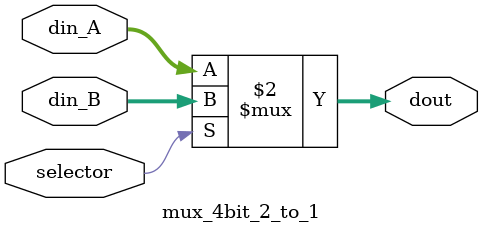
<source format=v>
module mux_4bit_2_to_1 (
	input [3:0] din_A, din_B,
	input selector,
	output [3:0] dout
	);

	assign dout = (selector == 1'b0) ? din_A : din_B;

endmodule

</source>
